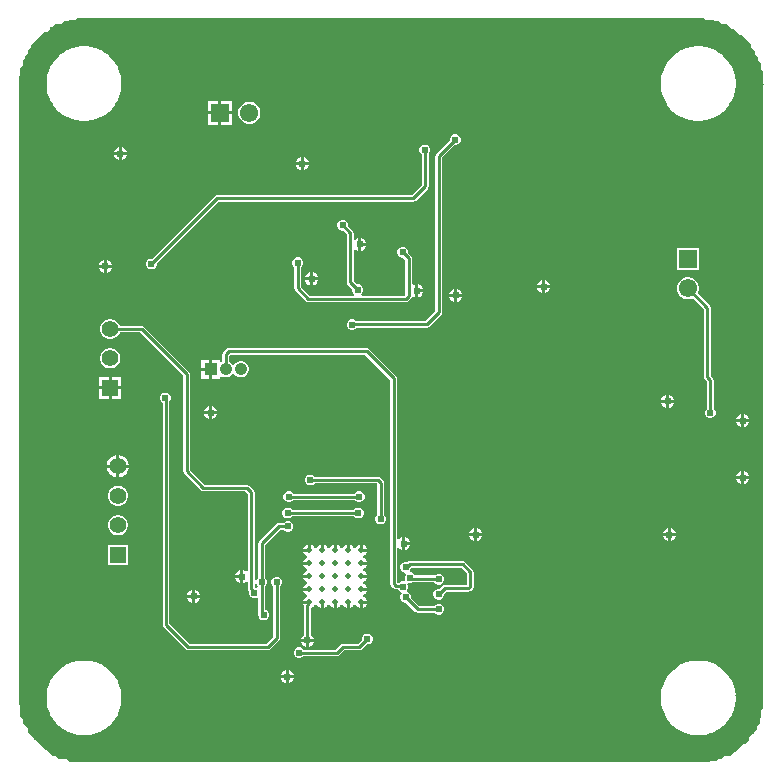
<source format=gbl>
G04*
G04 #@! TF.GenerationSoftware,Altium Limited,Altium Designer,22.5.1 (42)*
G04*
G04 Layer_Physical_Order=2*
G04 Layer_Color=16711680*
%FSLAX44Y44*%
%MOMM*%
G71*
G04*
G04 #@! TF.SameCoordinates,548A175F-BCEF-4031-9993-F39C1D0A8298*
G04*
G04*
G04 #@! TF.FilePolarity,Positive*
G04*
G01*
G75*
%ADD13C,0.2540*%
%ADD53R,1.4000X1.4000*%
%ADD54C,1.4000*%
%ADD57R,1.5500X1.5500*%
%ADD58C,1.5500*%
%ADD59R,1.5500X1.5500*%
%ADD62C,1.0500*%
%ADD63R,1.0500X1.0500*%
%ADD64C,0.6100*%
%ADD65C,0.5000*%
G36*
X1300480Y836930D02*
X1306830D01*
X1308100Y835660D01*
X1311910D01*
X1314450Y833120D01*
X1318260D01*
X1322070Y829310D01*
X1324610D01*
X1329690Y824230D01*
X1330960D01*
X1338580Y816610D01*
Y814070D01*
X1342390Y810260D01*
Y807720D01*
X1344930Y805180D01*
Y802640D01*
X1347470Y800100D01*
Y795020D01*
X1348740Y793750D01*
Y783590D01*
X1350010Y782320D01*
X1348740Y781050D01*
Y254000D01*
X1347470Y252730D01*
Y246380D01*
X1346200Y245110D01*
Y241300D01*
X1343660Y238760D01*
Y236220D01*
X1341120Y233680D01*
Y232410D01*
X1339850D01*
X1337310Y229870D01*
Y227330D01*
X1333500Y223520D01*
X1332230D01*
X1325880Y217170D01*
X1324610D01*
X1320800Y213360D01*
X1315720D01*
X1313180Y210820D01*
X1310640D01*
X1309370Y209550D01*
X1304290D01*
X1303020Y208280D01*
X762000D01*
X759460Y210820D01*
X753110D01*
X750570Y213360D01*
X748030D01*
X742950Y218440D01*
X741680D01*
X732790Y227330D01*
X731520D01*
Y228600D01*
X726440Y233680D01*
Y237490D01*
X722630Y241300D01*
Y245110D01*
X720090Y247650D01*
Y256540D01*
X718820Y257810D01*
Y788670D01*
X720090Y789940D01*
Y796290D01*
X722630Y798830D01*
Y802640D01*
X723900Y803910D01*
Y806450D01*
X726440Y808990D01*
Y811530D01*
X728980Y814070D01*
Y815340D01*
X740410Y826770D01*
X742950D01*
X745490Y829310D01*
Y830580D01*
X746760D01*
X749300Y833120D01*
X754380D01*
X756920Y835660D01*
X760730D01*
X762000Y836930D01*
X767080D01*
X768350Y838200D01*
X1299210D01*
X1300480Y836930D01*
D02*
G37*
%LPC*%
G36*
X1296096Y814535D02*
X1292164D01*
X1292059Y814492D01*
X1291949Y814521D01*
X1288050Y814008D01*
X1287952Y813951D01*
X1287839Y813966D01*
X1284040Y812948D01*
X1283950Y812879D01*
X1283837D01*
X1280203Y811374D01*
X1280123Y811293D01*
X1280010Y811279D01*
X1276605Y809312D01*
X1276535Y809222D01*
X1276426Y809193D01*
X1273306Y806799D01*
X1273249Y806700D01*
X1273144Y806657D01*
X1270363Y803876D01*
X1270320Y803771D01*
X1270221Y803714D01*
X1267827Y800594D01*
X1267798Y800485D01*
X1267708Y800415D01*
X1265741Y797010D01*
X1265726Y796897D01*
X1265646Y796817D01*
X1264141Y793183D01*
Y793070D01*
X1264072Y792980D01*
X1263054Y789181D01*
X1263069Y789068D01*
X1263012Y788970D01*
X1262499Y785071D01*
X1262528Y784961D01*
X1262485Y784856D01*
Y780924D01*
X1262528Y780819D01*
X1262499Y780709D01*
X1263012Y776810D01*
X1263069Y776712D01*
X1263054Y776599D01*
X1264072Y772800D01*
X1264141Y772710D01*
Y772597D01*
X1265646Y768963D01*
X1265726Y768883D01*
X1265741Y768770D01*
X1267708Y765365D01*
X1267798Y765295D01*
X1267827Y765186D01*
X1270221Y762066D01*
X1270320Y762009D01*
X1270363Y761904D01*
X1273144Y759123D01*
X1273249Y759080D01*
X1273306Y758981D01*
X1276426Y756587D01*
X1276535Y756558D01*
X1276605Y756468D01*
X1280010Y754501D01*
X1280123Y754486D01*
X1280203Y754406D01*
X1283837Y752901D01*
X1283950D01*
X1284040Y752832D01*
X1287839Y751814D01*
X1287952Y751829D01*
X1288050Y751772D01*
X1291949Y751259D01*
X1292059Y751288D01*
X1292164Y751245D01*
X1296096D01*
X1296201Y751288D01*
X1296311Y751259D01*
X1300210Y751772D01*
X1300308Y751829D01*
X1300421Y751814D01*
X1304220Y752832D01*
X1304310Y752901D01*
X1304423D01*
X1308057Y754406D01*
X1308137Y754486D01*
X1308250Y754501D01*
X1311655Y756468D01*
X1311725Y756558D01*
X1311834Y756587D01*
X1314954Y758981D01*
X1315011Y759080D01*
X1315116Y759123D01*
X1317897Y761904D01*
X1317940Y762009D01*
X1318039Y762066D01*
X1320433Y765186D01*
X1320462Y765295D01*
X1320552Y765365D01*
X1322519Y768770D01*
X1322534Y768883D01*
X1322614Y768963D01*
X1324119Y772597D01*
Y772710D01*
X1324188Y772800D01*
X1325206Y776599D01*
X1325191Y776712D01*
X1325248Y776810D01*
X1325761Y780709D01*
X1325732Y780819D01*
X1325775Y780924D01*
Y784856D01*
X1325732Y784961D01*
X1325761Y785071D01*
X1325248Y788970D01*
X1325191Y789068D01*
X1325206Y789181D01*
X1324188Y792980D01*
X1324119Y793070D01*
Y793183D01*
X1322614Y796817D01*
X1322534Y796897D01*
X1322519Y797010D01*
X1320552Y800415D01*
X1320462Y800485D01*
X1320433Y800594D01*
X1318039Y803714D01*
X1317940Y803771D01*
X1317897Y803876D01*
X1315116Y806657D01*
X1315011Y806700D01*
X1314954Y806799D01*
X1311834Y809193D01*
X1311725Y809222D01*
X1311655Y809312D01*
X1308250Y811279D01*
X1308137Y811293D01*
X1308057Y811374D01*
X1304423Y812879D01*
X1304310D01*
X1304220Y812948D01*
X1300421Y813966D01*
X1300308Y813951D01*
X1300210Y814008D01*
X1296311Y814521D01*
X1296201Y814492D01*
X1296096Y814535D01*
D02*
G37*
G36*
X776096D02*
X772164D01*
X772059Y814492D01*
X771949Y814521D01*
X768050Y814008D01*
X767952Y813951D01*
X767839Y813966D01*
X764040Y812948D01*
X763950Y812879D01*
X763837D01*
X760203Y811374D01*
X760123Y811293D01*
X760010Y811279D01*
X756605Y809312D01*
X756535Y809222D01*
X756426Y809193D01*
X753306Y806799D01*
X753249Y806700D01*
X753144Y806657D01*
X750363Y803876D01*
X750320Y803771D01*
X750221Y803714D01*
X747827Y800594D01*
X747798Y800485D01*
X747708Y800415D01*
X745741Y797010D01*
X745726Y796897D01*
X745646Y796817D01*
X744141Y793183D01*
Y793070D01*
X744072Y792980D01*
X743054Y789181D01*
X743069Y789068D01*
X743012Y788970D01*
X742499Y785071D01*
X742528Y784961D01*
X742485Y784856D01*
Y780924D01*
X742528Y780819D01*
X742499Y780709D01*
X743012Y776810D01*
X743069Y776712D01*
X743054Y776599D01*
X744072Y772800D01*
X744141Y772710D01*
Y772597D01*
X745646Y768963D01*
X745726Y768883D01*
X745741Y768770D01*
X747708Y765365D01*
X747798Y765295D01*
X747827Y765186D01*
X750221Y762066D01*
X750320Y762009D01*
X750363Y761904D01*
X753144Y759123D01*
X753249Y759080D01*
X753306Y758981D01*
X756426Y756587D01*
X756535Y756558D01*
X756605Y756468D01*
X760010Y754501D01*
X760123Y754486D01*
X760203Y754406D01*
X763837Y752901D01*
X763950D01*
X764040Y752832D01*
X767839Y751814D01*
X767952Y751829D01*
X768050Y751772D01*
X771949Y751259D01*
X772059Y751288D01*
X772164Y751245D01*
X776096D01*
X776201Y751288D01*
X776311Y751259D01*
X780210Y751772D01*
X780308Y751829D01*
X780421Y751814D01*
X784220Y752832D01*
X784310Y752901D01*
X784424D01*
X788057Y754406D01*
X788137Y754486D01*
X788250Y754501D01*
X791656Y756468D01*
X791725Y756558D01*
X791834Y756587D01*
X794954Y758981D01*
X795011Y759080D01*
X795116Y759123D01*
X797897Y761904D01*
X797940Y762009D01*
X798039Y762066D01*
X800433Y765186D01*
X800462Y765295D01*
X800552Y765365D01*
X802519Y768770D01*
X802533Y768883D01*
X802614Y768963D01*
X804119Y772597D01*
Y772710D01*
X804188Y772800D01*
X805206Y776599D01*
X805191Y776712D01*
X805248Y776810D01*
X805761Y780709D01*
X805732Y780819D01*
X805775Y780924D01*
Y784856D01*
X805732Y784961D01*
X805761Y785071D01*
X805248Y788970D01*
X805191Y789068D01*
X805206Y789181D01*
X804188Y792980D01*
X804119Y793070D01*
Y793183D01*
X802614Y796817D01*
X802533Y796897D01*
X802519Y797010D01*
X800552Y800415D01*
X800462Y800485D01*
X800433Y800594D01*
X798039Y803714D01*
X797940Y803771D01*
X797897Y803876D01*
X795116Y806657D01*
X795011Y806700D01*
X794954Y806799D01*
X791834Y809193D01*
X791725Y809222D01*
X791656Y809312D01*
X788250Y811279D01*
X788137Y811293D01*
X788057Y811374D01*
X784424Y812879D01*
X784310D01*
X784220Y812948D01*
X780421Y813966D01*
X780308Y813951D01*
X780210Y814008D01*
X776311Y814521D01*
X776201Y814492D01*
X776096Y814535D01*
D02*
G37*
G36*
X899490Y768650D02*
X890470D01*
Y759630D01*
X899490D01*
Y768650D01*
D02*
G37*
G36*
X887930D02*
X878910D01*
Y759630D01*
X887930D01*
Y768650D01*
D02*
G37*
G36*
X915420Y767630D02*
X912980D01*
X910622Y766998D01*
X908508Y765778D01*
X906782Y764052D01*
X905562Y761938D01*
X904930Y759580D01*
Y757140D01*
X905562Y754782D01*
X906782Y752668D01*
X908508Y750942D01*
X910622Y749722D01*
X912980Y749090D01*
X915420D01*
X917778Y749722D01*
X919892Y750942D01*
X921618Y752668D01*
X922838Y754782D01*
X923470Y757140D01*
Y759580D01*
X922838Y761938D01*
X921618Y764052D01*
X919892Y765778D01*
X917778Y766998D01*
X915420Y767630D01*
D02*
G37*
G36*
X899490Y757090D02*
X890470D01*
Y748070D01*
X899490D01*
Y757090D01*
D02*
G37*
G36*
X887930D02*
X878910D01*
Y748070D01*
X887930D01*
Y757090D01*
D02*
G37*
G36*
X806281Y729042D02*
Y724787D01*
X810535D01*
X809750Y726684D01*
X808177Y728256D01*
X806281Y729042D01*
D02*
G37*
G36*
X803741D02*
X801844Y728256D01*
X800272Y726684D01*
X799486Y724787D01*
X803741D01*
Y729042D01*
D02*
G37*
G36*
X810535Y722247D02*
X806281D01*
Y717992D01*
X808177Y718778D01*
X809750Y720350D01*
X810535Y722247D01*
D02*
G37*
G36*
X803741D02*
X799486D01*
X800272Y720350D01*
X801844Y718778D01*
X803741Y717992D01*
Y722247D01*
D02*
G37*
G36*
X960120Y720535D02*
Y716280D01*
X964375D01*
X963589Y718176D01*
X962017Y719749D01*
X960120Y720535D01*
D02*
G37*
G36*
X957580D02*
X955684Y719749D01*
X954111Y718176D01*
X953325Y716280D01*
X957580D01*
Y720535D01*
D02*
G37*
G36*
X964375Y713740D02*
X960120D01*
Y709485D01*
X962017Y710271D01*
X963589Y711843D01*
X964375Y713740D01*
D02*
G37*
G36*
X957580D02*
X953325D01*
X954111Y711843D01*
X955684Y710271D01*
X957580Y709485D01*
Y713740D01*
D02*
G37*
G36*
X1008968Y652319D02*
Y648064D01*
X1013222D01*
X1012437Y649961D01*
X1010864Y651533D01*
X1008968Y652319D01*
D02*
G37*
G36*
X1013222Y645524D02*
X1008968D01*
Y641270D01*
X1010864Y642055D01*
X1012437Y643628D01*
X1013222Y645524D01*
D02*
G37*
G36*
X793470Y633895D02*
Y629640D01*
X797725D01*
X796939Y631536D01*
X795367Y633109D01*
X793470Y633895D01*
D02*
G37*
G36*
X790930D02*
X789034Y633109D01*
X787461Y631536D01*
X786675Y629640D01*
X790930D01*
Y633895D01*
D02*
G37*
G36*
X1063518Y731414D02*
X1061700D01*
X1060021Y730718D01*
X1058735Y729433D01*
X1058039Y727753D01*
Y725935D01*
X1058735Y724255D01*
X1060021Y722970D01*
X1060145Y722918D01*
Y697138D01*
X1051652Y688645D01*
X886683D01*
X885595Y688428D01*
X884672Y687811D01*
X831715Y634854D01*
X830258D01*
X828579Y634159D01*
X827293Y632873D01*
X826598Y631193D01*
Y629375D01*
X827293Y627696D01*
X828579Y626410D01*
X830258Y625714D01*
X832077D01*
X833756Y626410D01*
X835042Y627696D01*
X835738Y629375D01*
Y630831D01*
X887861Y682955D01*
X1052830D01*
X1053919Y683172D01*
X1054841Y683789D01*
X1065001Y693949D01*
X1065618Y694871D01*
X1065835Y695960D01*
Y723606D01*
X1066484Y724255D01*
X1067179Y725935D01*
Y727753D01*
X1066484Y729433D01*
X1065198Y730718D01*
X1063518Y731414D01*
D02*
G37*
G36*
X1294680Y643859D02*
X1276140D01*
Y625319D01*
X1294680D01*
Y643859D01*
D02*
G37*
G36*
X797725Y627100D02*
X793470D01*
Y622845D01*
X795367Y623631D01*
X796939Y625204D01*
X797725Y627100D01*
D02*
G37*
G36*
X790930D02*
X786675D01*
X787461Y625204D01*
X789034Y623631D01*
X790930Y622845D01*
Y627100D01*
D02*
G37*
G36*
X968328Y623109D02*
Y618854D01*
X972582D01*
X971797Y620751D01*
X970224Y622323D01*
X968328Y623109D01*
D02*
G37*
G36*
X965788D02*
X963891Y622323D01*
X962318Y620751D01*
X961533Y618854D01*
X965788D01*
Y623109D01*
D02*
G37*
G36*
X1164590Y616395D02*
Y612140D01*
X1168845D01*
X1168059Y614036D01*
X1166487Y615609D01*
X1164590Y616395D01*
D02*
G37*
G36*
X1162050D02*
X1160154Y615609D01*
X1158581Y614036D01*
X1157795Y612140D01*
X1162050D01*
Y616395D01*
D02*
G37*
G36*
X972582Y616314D02*
X968328D01*
Y612060D01*
X970224Y612845D01*
X971797Y614418D01*
X972582Y616314D01*
D02*
G37*
G36*
X965788D02*
X961533D01*
X962318Y614418D01*
X963891Y612845D01*
X965788Y612060D01*
Y616314D01*
D02*
G37*
G36*
X1057228Y612949D02*
Y608694D01*
X1061482D01*
X1060697Y610591D01*
X1059124Y612163D01*
X1057228Y612949D01*
D02*
G37*
G36*
X1168845Y609600D02*
X1164590D01*
Y605345D01*
X1166487Y606131D01*
X1168059Y607704D01*
X1168845Y609600D01*
D02*
G37*
G36*
X1162050D02*
X1157795D01*
X1158581Y607704D01*
X1160154Y606131D01*
X1162050Y605345D01*
Y609600D01*
D02*
G37*
G36*
X1090248Y609139D02*
Y604884D01*
X1094502D01*
X1093717Y606781D01*
X1092144Y608353D01*
X1090248Y609139D01*
D02*
G37*
G36*
X1087708D02*
X1085811Y608353D01*
X1084239Y606781D01*
X1083453Y604884D01*
X1087708D01*
Y609139D01*
D02*
G37*
G36*
X994049Y667510D02*
X992231D01*
X990551Y666814D01*
X989266Y665529D01*
X988570Y663849D01*
Y662031D01*
X989266Y660351D01*
X990551Y659066D01*
X992231Y658370D01*
X993687D01*
X996645Y655412D01*
Y614680D01*
X996862Y613591D01*
X997479Y612669D01*
X1001270Y608877D01*
Y607421D01*
X1001966Y605741D01*
X1002883Y604825D01*
X1002361Y603555D01*
X965108D01*
X957885Y610778D01*
Y627572D01*
X958914Y628601D01*
X959610Y630281D01*
Y632099D01*
X958914Y633779D01*
X957629Y635064D01*
X955949Y635760D01*
X954131D01*
X952451Y635064D01*
X951166Y633779D01*
X950470Y632099D01*
Y630281D01*
X951166Y628601D01*
X952195Y627572D01*
Y609600D01*
X952412Y608511D01*
X953029Y607589D01*
X961919Y598699D01*
X962841Y598082D01*
X963930Y597865D01*
X1046480D01*
X1047569Y598082D01*
X1048491Y598699D01*
X1051031Y601239D01*
X1051596Y602084D01*
X1051711Y602186D01*
X1053028Y602587D01*
X1054688Y601900D01*
Y607424D01*
Y612949D01*
X1053135Y612306D01*
X1051865Y612896D01*
Y635000D01*
X1051648Y636089D01*
X1051031Y637011D01*
X1048510Y639533D01*
Y640989D01*
X1047814Y642669D01*
X1046529Y643954D01*
X1044849Y644650D01*
X1043031D01*
X1041351Y643954D01*
X1040066Y642669D01*
X1039370Y640989D01*
Y639171D01*
X1040066Y637491D01*
X1041351Y636206D01*
X1043031Y635510D01*
X1044487D01*
X1046175Y633822D01*
Y604428D01*
X1045302Y603555D01*
X1009319D01*
X1008798Y604825D01*
X1009714Y605741D01*
X1010410Y607421D01*
Y609239D01*
X1009714Y610919D01*
X1008429Y612204D01*
X1006749Y612900D01*
X1005293D01*
X1002335Y615858D01*
Y642456D01*
X1003605Y642982D01*
X1004531Y642055D01*
X1006428Y641270D01*
Y646794D01*
Y652319D01*
X1004531Y651533D01*
X1003605Y650607D01*
X1002335Y651133D01*
Y656590D01*
X1002118Y657679D01*
X1001501Y658602D01*
X997710Y662393D01*
Y663849D01*
X997014Y665529D01*
X995729Y666814D01*
X994049Y667510D01*
D02*
G37*
G36*
X1061482Y606154D02*
X1057228D01*
Y601900D01*
X1059124Y602685D01*
X1060697Y604258D01*
X1061482Y606154D01*
D02*
G37*
G36*
X1094502Y602344D02*
X1090248D01*
Y598090D01*
X1092144Y598875D01*
X1093717Y600448D01*
X1094502Y602344D01*
D02*
G37*
G36*
X1087708D02*
X1083453D01*
X1084239Y600448D01*
X1085811Y598875D01*
X1087708Y598090D01*
Y602344D01*
D02*
G37*
G36*
X1089299Y739900D02*
X1087481D01*
X1085801Y739204D01*
X1084516Y737919D01*
X1083820Y736239D01*
Y734783D01*
X1072409Y723371D01*
X1071792Y722449D01*
X1071575Y721360D01*
Y590458D01*
X1063082Y581965D01*
X1004671D01*
X1003802Y582834D01*
X1002123Y583530D01*
X1000304D01*
X998625Y582834D01*
X997339Y581548D01*
X996644Y579869D01*
Y578051D01*
X997339Y576371D01*
X998625Y575085D01*
X1000304Y574390D01*
X1002123D01*
X1003802Y575085D01*
X1004992Y576275D01*
X1064260D01*
X1065349Y576492D01*
X1066271Y577109D01*
X1076431Y587268D01*
X1077048Y588191D01*
X1077265Y589280D01*
Y720182D01*
X1087843Y730760D01*
X1089299D01*
X1090979Y731456D01*
X1092264Y732741D01*
X1092960Y734421D01*
Y736239D01*
X1092264Y737919D01*
X1090979Y739204D01*
X1089299Y739900D01*
D02*
G37*
G36*
X880110Y548810D02*
X873590D01*
Y542290D01*
X880110D01*
Y548810D01*
D02*
G37*
G36*
X797412Y558830D02*
X795168D01*
X793001Y558249D01*
X791059Y557128D01*
X789472Y555541D01*
X788351Y553599D01*
X787770Y551432D01*
Y549188D01*
X788351Y547021D01*
X789472Y545079D01*
X791059Y543492D01*
X793001Y542371D01*
X795168Y541790D01*
X797412D01*
X799579Y542371D01*
X801521Y543492D01*
X803108Y545079D01*
X804229Y547021D01*
X804810Y549188D01*
Y551432D01*
X804229Y553599D01*
X803108Y555541D01*
X801521Y557128D01*
X799579Y558249D01*
X797412Y558830D01*
D02*
G37*
G36*
X880110Y539750D02*
X873590D01*
Y533230D01*
X880110D01*
Y539750D01*
D02*
G37*
G36*
X805830Y534850D02*
X797560D01*
Y526580D01*
X805830D01*
Y534850D01*
D02*
G37*
G36*
X795020D02*
X786750D01*
Y526580D01*
X795020D01*
Y534850D01*
D02*
G37*
G36*
X805830Y524040D02*
X797560D01*
Y515770D01*
X805830D01*
Y524040D01*
D02*
G37*
G36*
X795020D02*
X786750D01*
Y515770D01*
X795020D01*
Y524040D01*
D02*
G37*
G36*
X1269720Y519594D02*
Y515340D01*
X1273975D01*
X1273189Y517237D01*
X1271617Y518809D01*
X1269720Y519594D01*
D02*
G37*
G36*
X1267180D02*
X1265284Y518809D01*
X1263711Y517237D01*
X1262925Y515340D01*
X1267180D01*
Y519594D01*
D02*
G37*
G36*
X1273975Y512800D02*
X1269720D01*
Y508545D01*
X1271617Y509331D01*
X1273189Y510904D01*
X1273975Y512800D01*
D02*
G37*
G36*
X1267180D02*
X1262925D01*
X1263711Y510904D01*
X1265284Y509331D01*
X1267180Y508545D01*
Y512800D01*
D02*
G37*
G36*
X882650Y509715D02*
Y505460D01*
X886905D01*
X886119Y507356D01*
X884547Y508929D01*
X882650Y509715D01*
D02*
G37*
G36*
X880110D02*
X878214Y508929D01*
X876641Y507356D01*
X875855Y505460D01*
X880110D01*
Y509715D01*
D02*
G37*
G36*
X1286630Y618859D02*
X1284190D01*
X1281832Y618227D01*
X1279718Y617007D01*
X1277992Y615281D01*
X1276772Y613167D01*
X1276140Y610809D01*
Y608369D01*
X1276772Y606011D01*
X1277992Y603897D01*
X1279718Y602171D01*
X1281832Y600951D01*
X1284190Y600319D01*
X1286630D01*
X1288988Y600951D01*
X1289646Y601330D01*
X1298905Y592071D01*
Y534670D01*
X1299122Y533581D01*
X1299739Y532659D01*
X1301445Y530952D01*
Y507808D01*
X1300416Y506779D01*
X1299720Y505099D01*
Y503281D01*
X1300416Y501601D01*
X1301701Y500316D01*
X1303381Y499620D01*
X1305199D01*
X1306879Y500316D01*
X1308164Y501601D01*
X1308860Y503281D01*
Y505099D01*
X1308164Y506779D01*
X1307135Y507808D01*
Y532130D01*
X1306918Y533219D01*
X1306301Y534142D01*
X1304595Y535848D01*
Y593249D01*
X1304378Y594338D01*
X1303761Y595261D01*
X1293669Y605353D01*
X1294048Y606011D01*
X1294680Y608369D01*
Y610809D01*
X1294048Y613167D01*
X1292828Y615281D01*
X1291102Y617007D01*
X1288988Y618227D01*
X1286630Y618859D01*
D02*
G37*
G36*
X1333220Y503084D02*
Y498830D01*
X1337475D01*
X1336689Y500727D01*
X1335116Y502299D01*
X1333220Y503084D01*
D02*
G37*
G36*
X1330680D02*
X1328784Y502299D01*
X1327211Y500727D01*
X1326425Y498830D01*
X1330680D01*
Y503084D01*
D02*
G37*
G36*
X886905Y502920D02*
X882650D01*
Y498665D01*
X884547Y499451D01*
X886119Y501023D01*
X886905Y502920D01*
D02*
G37*
G36*
X880110D02*
X875855D01*
X876641Y501023D01*
X878214Y499451D01*
X880110Y498665D01*
Y502920D01*
D02*
G37*
G36*
X1337475Y496290D02*
X1333220D01*
Y492035D01*
X1335116Y492821D01*
X1336689Y494394D01*
X1337475Y496290D01*
D02*
G37*
G36*
X1330680D02*
X1326425D01*
X1327211Y494394D01*
X1328784Y492821D01*
X1330680Y492035D01*
Y496290D01*
D02*
G37*
G36*
X804121Y468676D02*
Y460410D01*
X812387D01*
X811741Y462822D01*
X810485Y464998D01*
X808709Y466774D01*
X806533Y468030D01*
X804121Y468676D01*
D02*
G37*
G36*
X801581D02*
X799169Y468030D01*
X796993Y466774D01*
X795217Y464998D01*
X793961Y462822D01*
X793315Y460410D01*
X801581D01*
Y468676D01*
D02*
G37*
G36*
X1333220Y454824D02*
Y450570D01*
X1337475D01*
X1336689Y452467D01*
X1335116Y454039D01*
X1333220Y454824D01*
D02*
G37*
G36*
X1330680D02*
X1328784Y454039D01*
X1327211Y452467D01*
X1326425Y450570D01*
X1330680D01*
Y454824D01*
D02*
G37*
G36*
X812387Y457870D02*
X804121D01*
Y449604D01*
X806533Y450250D01*
X808709Y451506D01*
X810485Y453282D01*
X811741Y455458D01*
X812387Y457870D01*
D02*
G37*
G36*
X801581D02*
X793315D01*
X793961Y455458D01*
X795217Y453282D01*
X796993Y451506D01*
X799169Y450250D01*
X801581Y449604D01*
Y457870D01*
D02*
G37*
G36*
X1337475Y448030D02*
X1333220D01*
Y443775D01*
X1335116Y444561D01*
X1336689Y446133D01*
X1337475Y448030D01*
D02*
G37*
G36*
X1330680D02*
X1326425D01*
X1327211Y446133D01*
X1328784Y444561D01*
X1330680Y443775D01*
Y448030D01*
D02*
G37*
G36*
X1008019Y437640D02*
X1006201D01*
X1004521Y436944D01*
X1003492Y435915D01*
X951038D01*
X950009Y436944D01*
X948329Y437640D01*
X946511D01*
X944831Y436944D01*
X943546Y435659D01*
X942850Y433979D01*
Y432161D01*
X943546Y430481D01*
X944831Y429196D01*
X946511Y428500D01*
X948329D01*
X950009Y429196D01*
X951038Y430225D01*
X1003492D01*
X1004521Y429196D01*
X1006201Y428500D01*
X1008019D01*
X1009699Y429196D01*
X1010984Y430481D01*
X1011680Y432161D01*
Y433979D01*
X1010984Y435659D01*
X1009699Y436944D01*
X1008019Y437640D01*
D02*
G37*
G36*
X803973Y442660D02*
X801729D01*
X799562Y442079D01*
X797620Y440958D01*
X796033Y439371D01*
X794912Y437429D01*
X794331Y435262D01*
Y433018D01*
X794912Y430851D01*
X796033Y428909D01*
X797620Y427322D01*
X799562Y426201D01*
X801729Y425620D01*
X803973D01*
X806140Y426201D01*
X808082Y427322D01*
X809669Y428909D01*
X810790Y430851D01*
X811371Y433018D01*
Y435262D01*
X810790Y437429D01*
X809669Y439371D01*
X808082Y440958D01*
X806140Y442079D01*
X803973Y442660D01*
D02*
G37*
G36*
X1007337Y424034D02*
X1005518D01*
X1003839Y423339D01*
X1002809Y422309D01*
X950356D01*
X949326Y423339D01*
X947647Y424034D01*
X945828D01*
X944149Y423339D01*
X942863Y422053D01*
X942168Y420373D01*
Y418555D01*
X942863Y416876D01*
X944149Y415590D01*
X945828Y414894D01*
X947647D01*
X949326Y415590D01*
X950356Y416620D01*
X1002809D01*
X1003839Y415590D01*
X1005518Y414894D01*
X1007337D01*
X1009016Y415590D01*
X1010302Y416876D01*
X1010997Y418555D01*
Y420373D01*
X1010302Y422053D01*
X1009016Y423339D01*
X1007337Y424034D01*
D02*
G37*
G36*
X966697Y451974D02*
X964878D01*
X963199Y451278D01*
X961913Y449993D01*
X961218Y448313D01*
Y446495D01*
X961913Y444816D01*
X963199Y443530D01*
X964878Y442834D01*
X966697D01*
X968376Y443530D01*
X969406Y444560D01*
X1022077D01*
X1022633Y444004D01*
Y418003D01*
X1021603Y416973D01*
X1020908Y415293D01*
Y413475D01*
X1021603Y411796D01*
X1022889Y410510D01*
X1024568Y409814D01*
X1026387D01*
X1028066Y410510D01*
X1029352Y411796D01*
X1030048Y413475D01*
Y415293D01*
X1029352Y416973D01*
X1028322Y418003D01*
Y445182D01*
X1028106Y446271D01*
X1027489Y447194D01*
X1025267Y449416D01*
X1024344Y450032D01*
X1023256Y450249D01*
X969406D01*
X968376Y451278D01*
X966697Y451974D01*
D02*
G37*
G36*
X797412Y583830D02*
X795168D01*
X793001Y583249D01*
X791059Y582128D01*
X789472Y580541D01*
X788351Y578599D01*
X787770Y576432D01*
Y574188D01*
X788351Y572021D01*
X789472Y570079D01*
X791059Y568492D01*
X793001Y567371D01*
X795168Y566790D01*
X797412D01*
X799579Y567371D01*
X801521Y568492D01*
X803108Y570079D01*
X804229Y572021D01*
X804348Y572465D01*
X821782D01*
X858215Y536032D01*
Y454660D01*
X858432Y453571D01*
X859049Y452649D01*
X873018Y438679D01*
X873941Y438062D01*
X875030Y437845D01*
X910682D01*
X912825Y435702D01*
Y370126D01*
X911555Y369600D01*
X910937Y370219D01*
X909040Y371004D01*
Y365480D01*
Y359955D01*
X910937Y360741D01*
X911555Y361360D01*
X912825Y360834D01*
Y355058D01*
X913042Y353969D01*
X913659Y353046D01*
X913747Y352958D01*
X913640Y352699D01*
Y350881D01*
X914336Y349201D01*
X915621Y347916D01*
X917301Y347220D01*
X919119D01*
X920445Y347769D01*
X921715Y347173D01*
Y332740D01*
X921932Y331651D01*
X922303Y331097D01*
X922543Y330516D01*
X923829Y329230D01*
X925508Y328534D01*
X927327D01*
X929006Y329230D01*
X930292Y330516D01*
X930987Y332195D01*
Y334013D01*
X930292Y335693D01*
X929006Y336978D01*
X927405Y337642D01*
Y357062D01*
X928434Y358091D01*
X929130Y359771D01*
Y361589D01*
X928434Y363269D01*
X927405Y364298D01*
Y392522D01*
X940072Y405190D01*
X943119D01*
X944149Y404160D01*
X945828Y403464D01*
X947647D01*
X949326Y404160D01*
X950612Y405446D01*
X951308Y407125D01*
Y408943D01*
X950612Y410623D01*
X949326Y411908D01*
X947647Y412604D01*
X945828D01*
X944149Y411908D01*
X943119Y410879D01*
X938894D01*
X937806Y410662D01*
X936883Y410046D01*
X922549Y395711D01*
X921932Y394789D01*
X921715Y393700D01*
Y364298D01*
X920686Y363269D01*
X919990Y361589D01*
Y359771D01*
X920686Y358091D01*
X921219Y357559D01*
X921116Y356799D01*
X919807Y356075D01*
X919119Y356360D01*
X918515D01*
Y436880D01*
X918298Y437969D01*
X917681Y438891D01*
X913871Y442701D01*
X912949Y443318D01*
X911860Y443535D01*
X876208D01*
X863905Y455838D01*
Y537210D01*
X863688Y538299D01*
X863071Y539221D01*
X824971Y577321D01*
X824049Y577938D01*
X822960Y578155D01*
X804348D01*
X804229Y578599D01*
X803108Y580541D01*
X801521Y582128D01*
X799579Y583249D01*
X797412Y583830D01*
D02*
G37*
G36*
X1270990Y406564D02*
Y402310D01*
X1275245D01*
X1274459Y404207D01*
X1272887Y405779D01*
X1270990Y406564D01*
D02*
G37*
G36*
X1268450D02*
X1266553Y405779D01*
X1264981Y404207D01*
X1264195Y402310D01*
X1268450D01*
Y406564D01*
D02*
G37*
G36*
X1107160D02*
Y402310D01*
X1111414D01*
X1110629Y404207D01*
X1109056Y405779D01*
X1107160Y406564D01*
D02*
G37*
G36*
X1104620D02*
X1102723Y405779D01*
X1101151Y404207D01*
X1100365Y402310D01*
X1104620D01*
Y406564D01*
D02*
G37*
G36*
X803973Y417660D02*
X801729D01*
X799562Y417079D01*
X797620Y415958D01*
X796033Y414371D01*
X794912Y412429D01*
X794331Y410262D01*
Y408018D01*
X794912Y405851D01*
X796033Y403909D01*
X797620Y402322D01*
X799562Y401201D01*
X801729Y400620D01*
X803973D01*
X806140Y401201D01*
X808082Y402322D01*
X809669Y403909D01*
X810790Y405851D01*
X811371Y408018D01*
Y410262D01*
X810790Y412429D01*
X809669Y414371D01*
X808082Y415958D01*
X806140Y417079D01*
X803973Y417660D01*
D02*
G37*
G36*
X1275245Y399770D02*
X1270990D01*
Y395515D01*
X1272887Y396301D01*
X1274459Y397873D01*
X1275245Y399770D01*
D02*
G37*
G36*
X1268450D02*
X1264195D01*
X1264981Y397873D01*
X1266553Y396301D01*
X1268450Y395515D01*
Y399770D01*
D02*
G37*
G36*
X1111414D02*
X1107160D01*
Y395515D01*
X1109056Y396301D01*
X1110629Y397873D01*
X1111414Y399770D01*
D02*
G37*
G36*
X1104620D02*
X1100365D01*
X1101151Y397873D01*
X1102723Y396301D01*
X1104620Y395515D01*
Y399770D01*
D02*
G37*
G36*
X1046200Y398945D02*
Y394690D01*
X1050454D01*
X1049669Y396586D01*
X1048096Y398159D01*
X1046200Y398945D01*
D02*
G37*
G36*
X1007520Y392689D02*
X1005935Y392033D01*
X1004517Y390615D01*
X1003977Y389311D01*
X1002603D01*
X1002063Y390615D01*
X1000645Y392033D01*
X999060Y392689D01*
Y387760D01*
X996520D01*
Y392689D01*
X994935Y392033D01*
X993517Y390615D01*
X992977Y389311D01*
X991603D01*
X991063Y390615D01*
X989645Y392033D01*
X988060Y392689D01*
Y387760D01*
X985520D01*
Y392689D01*
X983935Y392033D01*
X982517Y390615D01*
X981977Y389311D01*
X980603D01*
X980063Y390615D01*
X978645Y392033D01*
X977060Y392689D01*
Y387760D01*
X974520D01*
Y392689D01*
X972935Y392033D01*
X971517Y390615D01*
X970977Y389311D01*
X969603D01*
X969063Y390615D01*
X967645Y392033D01*
X966060Y392689D01*
Y387760D01*
X964790D01*
Y386490D01*
X959861D01*
X960517Y384905D01*
X961935Y383487D01*
X963239Y382947D01*
Y381573D01*
X961935Y381033D01*
X960517Y379615D01*
X959861Y378030D01*
X964790D01*
Y375490D01*
X959861D01*
X960517Y373905D01*
X961935Y372487D01*
X963239Y371947D01*
Y370573D01*
X961935Y370033D01*
X960517Y368615D01*
X959861Y367030D01*
X964790D01*
Y364490D01*
X959861D01*
X960517Y362905D01*
X961935Y361487D01*
X963239Y360947D01*
Y359573D01*
X961935Y359033D01*
X960517Y357615D01*
X959861Y356030D01*
X964790D01*
Y353490D01*
X959861D01*
X960517Y351905D01*
X961935Y350487D01*
X963239Y349947D01*
Y348573D01*
X961935Y348033D01*
X960517Y346615D01*
X959861Y345030D01*
X964790D01*
Y342490D01*
X959861D01*
X960403Y341181D01*
Y316387D01*
X960081Y316253D01*
X958509Y314681D01*
X957723Y312784D01*
X968772D01*
X967987Y314681D01*
X966414Y316253D01*
X966092Y316387D01*
Y338844D01*
X967645Y339487D01*
X969063Y340905D01*
X969603Y342209D01*
X970977D01*
X971517Y340905D01*
X972935Y339487D01*
X974520Y338831D01*
Y343760D01*
X977060D01*
Y338831D01*
X978645Y339487D01*
X980063Y340905D01*
X980603Y342209D01*
X981977D01*
X982517Y340905D01*
X983935Y339487D01*
X985520Y338831D01*
Y343760D01*
X988060D01*
Y338831D01*
X989645Y339487D01*
X991063Y340905D01*
X991603Y342209D01*
X992977D01*
X993517Y340905D01*
X994935Y339487D01*
X996520Y338831D01*
Y343760D01*
X999060D01*
Y338831D01*
X1000645Y339487D01*
X1002063Y340905D01*
X1002603Y342209D01*
X1003977D01*
X1004517Y340905D01*
X1005935Y339487D01*
X1007520Y338831D01*
Y343760D01*
X1008790D01*
Y345030D01*
X1013719D01*
X1013063Y346615D01*
X1011645Y348033D01*
X1010341Y348573D01*
Y349947D01*
X1011645Y350487D01*
X1013063Y351905D01*
X1013719Y353490D01*
X1008790D01*
Y356030D01*
X1013719D01*
X1013063Y357615D01*
X1011645Y359033D01*
X1010341Y359573D01*
Y360947D01*
X1011645Y361487D01*
X1013063Y362905D01*
X1013719Y364490D01*
X1008790D01*
Y367030D01*
X1013719D01*
X1013063Y368615D01*
X1011645Y370033D01*
X1010341Y370573D01*
Y371947D01*
X1011645Y372487D01*
X1013063Y373905D01*
X1013719Y375490D01*
X1008790D01*
Y378030D01*
X1013719D01*
X1013063Y379615D01*
X1011645Y381033D01*
X1010341Y381573D01*
Y382947D01*
X1011645Y383487D01*
X1013063Y384905D01*
X1013719Y386490D01*
X1008790D01*
Y387760D01*
X1007520D01*
Y392689D01*
D02*
G37*
G36*
X1010060D02*
Y389030D01*
X1013719D01*
X1013063Y390615D01*
X1011645Y392033D01*
X1010060Y392689D01*
D02*
G37*
G36*
X963520D02*
X961935Y392033D01*
X960517Y390615D01*
X959861Y389030D01*
X963520D01*
Y392689D01*
D02*
G37*
G36*
X1050454Y392150D02*
X1046200D01*
Y387895D01*
X1048096Y388681D01*
X1049669Y390253D01*
X1050454Y392150D01*
D02*
G37*
G36*
X1013460Y559105D02*
X896620D01*
X895531Y558888D01*
X894609Y558271D01*
X892069Y555731D01*
X891452Y554809D01*
X891235Y553720D01*
Y547611D01*
X890303Y547054D01*
X889170Y547663D01*
Y548810D01*
X882650D01*
Y541020D01*
Y533230D01*
X889170D01*
Y534657D01*
X890440Y535304D01*
X891467Y534711D01*
X893189Y534250D01*
X894971D01*
X896693Y534711D01*
X898237Y535603D01*
X899497Y536863D01*
X899697Y537209D01*
X901163D01*
X901363Y536863D01*
X902623Y535603D01*
X904167Y534711D01*
X905889Y534250D01*
X907671D01*
X909393Y534711D01*
X910937Y535603D01*
X912197Y536863D01*
X913089Y538407D01*
X913550Y540129D01*
Y541911D01*
X913089Y543633D01*
X912197Y545177D01*
X910937Y546437D01*
X909393Y547329D01*
X907671Y547790D01*
X905889D01*
X904167Y547329D01*
X902623Y546437D01*
X901363Y545177D01*
X901163Y544831D01*
X899697D01*
X899497Y545177D01*
X898237Y546437D01*
X896925Y547195D01*
Y552542D01*
X897798Y553415D01*
X1012282D01*
X1033475Y532222D01*
Y359410D01*
X1033692Y358321D01*
X1034309Y357399D01*
X1036167Y355540D01*
X1037090Y354923D01*
X1038179Y354707D01*
X1039890D01*
X1040066Y354281D01*
X1041351Y352996D01*
X1042684Y352444D01*
X1043056Y351423D01*
X1043067Y351030D01*
X1042606Y350569D01*
X1041910Y348889D01*
Y347071D01*
X1042606Y345391D01*
X1043891Y344106D01*
X1045571Y343410D01*
X1047027D01*
X1054629Y335809D01*
X1055551Y335192D01*
X1056640Y334975D01*
X1070802D01*
X1071831Y333946D01*
X1073511Y333250D01*
X1075329D01*
X1077009Y333946D01*
X1078294Y335231D01*
X1078990Y336911D01*
Y338729D01*
X1078294Y340409D01*
X1077009Y341694D01*
X1075329Y342390D01*
X1073511D01*
X1071831Y341694D01*
X1070802Y340665D01*
X1057818D01*
X1051050Y347433D01*
Y348889D01*
X1050354Y350569D01*
X1049069Y351854D01*
X1047736Y352407D01*
X1047364Y353427D01*
X1047353Y353820D01*
X1047814Y354281D01*
X1048510Y355961D01*
Y357779D01*
X1047946Y359140D01*
X1048671Y360076D01*
X1048792Y360164D01*
X1049381Y359920D01*
X1051199D01*
X1052879Y360616D01*
X1053273Y361010D01*
X1070389D01*
X1070546Y360631D01*
X1071831Y359346D01*
X1073511Y358650D01*
X1075329D01*
X1077009Y359346D01*
X1078294Y360631D01*
X1078990Y362311D01*
Y364129D01*
X1078294Y365809D01*
X1077009Y367094D01*
X1075329Y367790D01*
X1073511D01*
X1071831Y367094D01*
X1071437Y366700D01*
X1054321D01*
X1054164Y367079D01*
X1052879Y368364D01*
X1051199Y369060D01*
X1050419D01*
X1049893Y370330D01*
X1050354Y370791D01*
X1051050Y372471D01*
Y372964D01*
X1051162Y373075D01*
X1093562D01*
X1098245Y368392D01*
Y358445D01*
X1079500D01*
X1078411Y358228D01*
X1077489Y357612D01*
X1074967Y355090D01*
X1073511D01*
X1071831Y354394D01*
X1070546Y353109D01*
X1069850Y351429D01*
Y349611D01*
X1070546Y347931D01*
X1071831Y346646D01*
X1073511Y345950D01*
X1075329D01*
X1077009Y346646D01*
X1078294Y347931D01*
X1078990Y349611D01*
Y351067D01*
X1080678Y352755D01*
X1099602D01*
X1100691Y352972D01*
X1101613Y353589D01*
X1103101Y355076D01*
X1103718Y355999D01*
X1103935Y357088D01*
Y369570D01*
X1103718Y370659D01*
X1103101Y371581D01*
X1096751Y377931D01*
X1095829Y378548D01*
X1094740Y378765D01*
X1049983D01*
X1048895Y378548D01*
X1047972Y377931D01*
X1047814Y377774D01*
X1047389Y377950D01*
X1045571D01*
X1043891Y377254D01*
X1042606Y375969D01*
X1041910Y374289D01*
Y372471D01*
X1042606Y370791D01*
X1043891Y369506D01*
X1045571Y368810D01*
X1046351D01*
X1046877Y367540D01*
X1046416Y367079D01*
X1045720Y365399D01*
Y363581D01*
X1046284Y362220D01*
X1045559Y361283D01*
X1045438Y361196D01*
X1044849Y361440D01*
X1043031D01*
X1041351Y360744D01*
X1041003Y360396D01*
X1039357D01*
X1039165Y360588D01*
Y389621D01*
X1039294Y389701D01*
X1040435Y390010D01*
X1041764Y388681D01*
X1043660Y387895D01*
Y393420D01*
Y398945D01*
X1041764Y398159D01*
X1040435Y396830D01*
X1039294Y397140D01*
X1039165Y397220D01*
Y533400D01*
X1038948Y534489D01*
X1038331Y535411D01*
X1015471Y558271D01*
X1014549Y558888D01*
X1013460Y559105D01*
D02*
G37*
G36*
X811371Y392660D02*
X794331D01*
Y375620D01*
X811371D01*
Y392660D01*
D02*
G37*
G36*
X906500Y371004D02*
X904604Y370219D01*
X903031Y368647D01*
X902245Y366750D01*
X906500D01*
Y371004D01*
D02*
G37*
G36*
Y364210D02*
X902245D01*
X903031Y362313D01*
X904604Y360741D01*
X906500Y359955D01*
Y364210D01*
D02*
G37*
G36*
X868400Y354495D02*
Y350240D01*
X872654D01*
X871869Y352136D01*
X870296Y353709D01*
X868400Y354495D01*
D02*
G37*
G36*
X865860D02*
X863963Y353709D01*
X862391Y352136D01*
X861605Y350240D01*
X865860D01*
Y354495D01*
D02*
G37*
G36*
X872654Y347700D02*
X868400D01*
Y343445D01*
X870296Y344231D01*
X871869Y345803D01*
X872654Y347700D01*
D02*
G37*
G36*
X865860D02*
X861605D01*
X862391Y345803D01*
X863963Y344231D01*
X865860Y343445D01*
Y347700D01*
D02*
G37*
G36*
X1013719Y342490D02*
X1010060D01*
Y338831D01*
X1011645Y339487D01*
X1013063Y340905D01*
X1013719Y342490D01*
D02*
G37*
G36*
X968772Y310244D02*
X964518D01*
Y305990D01*
X966414Y306775D01*
X967987Y308348D01*
X968772Y310244D01*
D02*
G37*
G36*
X961978D02*
X957723D01*
X958509Y308348D01*
X960081Y306775D01*
X961978Y305990D01*
Y310244D01*
D02*
G37*
G36*
X1014957Y317354D02*
X1013139D01*
X1011459Y316658D01*
X1010173Y315373D01*
X1009478Y313693D01*
Y312237D01*
X1006155Y308915D01*
X993140D01*
X992051Y308698D01*
X991129Y308081D01*
X986882Y303835D01*
X959928D01*
X958899Y304864D01*
X957219Y305560D01*
X955401D01*
X953721Y304864D01*
X952436Y303579D01*
X951740Y301899D01*
Y300081D01*
X952436Y298401D01*
X953721Y297116D01*
X955401Y296420D01*
X957219D01*
X958899Y297116D01*
X959928Y298145D01*
X988060D01*
X989149Y298362D01*
X990071Y298979D01*
X994318Y303225D01*
X1007333D01*
X1008422Y303442D01*
X1009345Y304059D01*
X1013500Y308214D01*
X1014957D01*
X1016636Y308910D01*
X1017922Y310196D01*
X1018617Y311875D01*
Y313693D01*
X1017922Y315373D01*
X1016636Y316658D01*
X1014957Y317354D01*
D02*
G37*
G36*
X843847Y521354D02*
X842029D01*
X840350Y520658D01*
X839064Y519373D01*
X838368Y517693D01*
Y515875D01*
X839064Y514195D01*
X840350Y512910D01*
X840776Y512733D01*
Y324779D01*
X840993Y323691D01*
X841609Y322768D01*
X860319Y304058D01*
X861241Y303442D01*
X862330Y303225D01*
X929640D01*
X930729Y303442D01*
X931651Y304059D01*
X939271Y311679D01*
X939888Y312601D01*
X940105Y313690D01*
Y357062D01*
X941134Y358091D01*
X941830Y359771D01*
Y361589D01*
X941134Y363269D01*
X939849Y364554D01*
X938169Y365250D01*
X936351D01*
X934671Y364554D01*
X933386Y363269D01*
X932690Y361589D01*
Y359771D01*
X933386Y358091D01*
X934415Y357062D01*
Y314868D01*
X928462Y308915D01*
X863508D01*
X846465Y325958D01*
Y513848D01*
X846812Y514195D01*
X847508Y515875D01*
Y517693D01*
X846812Y519373D01*
X845527Y520658D01*
X843847Y521354D01*
D02*
G37*
G36*
X1296096Y294535D02*
X1292164D01*
X1292059Y294492D01*
X1291949Y294521D01*
X1288050Y294008D01*
X1287952Y293951D01*
X1287839Y293966D01*
X1284040Y292948D01*
X1283950Y292879D01*
X1283837D01*
X1280203Y291374D01*
X1280123Y291294D01*
X1280010Y291279D01*
X1276605Y289312D01*
X1276535Y289222D01*
X1276426Y289193D01*
X1273306Y286799D01*
X1273249Y286700D01*
X1273144Y286657D01*
X1270363Y283876D01*
X1270320Y283771D01*
X1270221Y283714D01*
X1267827Y280594D01*
X1267798Y280485D01*
X1267708Y280415D01*
X1265741Y277010D01*
X1265726Y276897D01*
X1265646Y276817D01*
X1264141Y273183D01*
Y273070D01*
X1264072Y272980D01*
X1263054Y269181D01*
X1263069Y269068D01*
X1263012Y268970D01*
X1262499Y265071D01*
X1262528Y264961D01*
X1262485Y264856D01*
Y260924D01*
X1262528Y260819D01*
X1262499Y260709D01*
X1263012Y256810D01*
X1263069Y256712D01*
X1263054Y256599D01*
X1264072Y252800D01*
X1264141Y252710D01*
Y252596D01*
X1265646Y248963D01*
X1265726Y248883D01*
X1265741Y248770D01*
X1267708Y245364D01*
X1267798Y245295D01*
X1267827Y245186D01*
X1270221Y242066D01*
X1270320Y242009D01*
X1270363Y241904D01*
X1273144Y239123D01*
X1273249Y239080D01*
X1273306Y238981D01*
X1276426Y236587D01*
X1276535Y236558D01*
X1276605Y236468D01*
X1280010Y234501D01*
X1280123Y234487D01*
X1280203Y234406D01*
X1283837Y232901D01*
X1283950D01*
X1284040Y232832D01*
X1287839Y231814D01*
X1287952Y231829D01*
X1288050Y231772D01*
X1291949Y231259D01*
X1292059Y231288D01*
X1292164Y231245D01*
X1296096D01*
X1296201Y231288D01*
X1296311Y231259D01*
X1300210Y231772D01*
X1300308Y231829D01*
X1300421Y231814D01*
X1304220Y232832D01*
X1304310Y232901D01*
X1304423D01*
X1308057Y234406D01*
X1308137Y234487D01*
X1308250Y234501D01*
X1311655Y236468D01*
X1311725Y236558D01*
X1311834Y236587D01*
X1314954Y238981D01*
X1315011Y239080D01*
X1315116Y239123D01*
X1317897Y241904D01*
X1317940Y242009D01*
X1318039Y242066D01*
X1320433Y245186D01*
X1320462Y245295D01*
X1320552Y245364D01*
X1322519Y248770D01*
X1322534Y248883D01*
X1322614Y248963D01*
X1324119Y252596D01*
Y252710D01*
X1324188Y252800D01*
X1325206Y256599D01*
X1325191Y256712D01*
X1325248Y256810D01*
X1325761Y260709D01*
X1325732Y260819D01*
X1325775Y260924D01*
Y264856D01*
X1325732Y264961D01*
X1325761Y265071D01*
X1325248Y268970D01*
X1325191Y269068D01*
X1325206Y269181D01*
X1324188Y272980D01*
X1324119Y273070D01*
Y273183D01*
X1322614Y276817D01*
X1322534Y276897D01*
X1322519Y277010D01*
X1320552Y280415D01*
X1320462Y280485D01*
X1320433Y280594D01*
X1318039Y283714D01*
X1317940Y283771D01*
X1317897Y283876D01*
X1315116Y286657D01*
X1315011Y286700D01*
X1314954Y286799D01*
X1311834Y289193D01*
X1311725Y289222D01*
X1311655Y289312D01*
X1308250Y291279D01*
X1308137Y291294D01*
X1308057Y291374D01*
X1304423Y292879D01*
X1304310D01*
X1304220Y292948D01*
X1300421Y293966D01*
X1300308Y293951D01*
X1300210Y294008D01*
X1296311Y294521D01*
X1296201Y294492D01*
X1296096Y294535D01*
D02*
G37*
G36*
X776096D02*
X772164D01*
X772059Y294492D01*
X771949Y294521D01*
X768050Y294008D01*
X767952Y293951D01*
X767839Y293966D01*
X764040Y292948D01*
X763950Y292879D01*
X763837D01*
X760203Y291374D01*
X760123Y291294D01*
X760010Y291279D01*
X756605Y289312D01*
X756535Y289222D01*
X756426Y289193D01*
X753306Y286799D01*
X753249Y286700D01*
X753144Y286657D01*
X750363Y283876D01*
X750320Y283771D01*
X750221Y283714D01*
X747827Y280594D01*
X747798Y280485D01*
X747708Y280415D01*
X745741Y277010D01*
X745726Y276897D01*
X745646Y276817D01*
X744141Y273183D01*
Y273070D01*
X744072Y272980D01*
X743054Y269181D01*
X743069Y269068D01*
X743012Y268970D01*
X742499Y265071D01*
X742528Y264961D01*
X742485Y264856D01*
Y260924D01*
X742528Y260819D01*
X742499Y260709D01*
X743012Y256810D01*
X743069Y256712D01*
X743054Y256599D01*
X744072Y252800D01*
X744141Y252710D01*
Y252596D01*
X745646Y248963D01*
X745726Y248883D01*
X745741Y248770D01*
X747708Y245364D01*
X747798Y245295D01*
X747827Y245186D01*
X750221Y242066D01*
X750320Y242009D01*
X750363Y241904D01*
X753144Y239123D01*
X753249Y239080D01*
X753306Y238981D01*
X756426Y236587D01*
X756535Y236558D01*
X756605Y236468D01*
X760010Y234501D01*
X760123Y234487D01*
X760203Y234406D01*
X763837Y232901D01*
X763950D01*
X764040Y232832D01*
X767839Y231814D01*
X767952Y231829D01*
X768050Y231772D01*
X771949Y231259D01*
X772059Y231288D01*
X772164Y231245D01*
X776096D01*
X776201Y231288D01*
X776311Y231259D01*
X780210Y231772D01*
X780308Y231829D01*
X780421Y231814D01*
X784220Y232832D01*
X784310Y232901D01*
X784424D01*
X788057Y234406D01*
X788137Y234487D01*
X788250Y234501D01*
X791656Y236468D01*
X791725Y236558D01*
X791834Y236587D01*
X794954Y238981D01*
X795011Y239080D01*
X795116Y239123D01*
X797897Y241904D01*
X797940Y242009D01*
X798039Y242066D01*
X800433Y245186D01*
X800462Y245295D01*
X800552Y245364D01*
X802519Y248770D01*
X802533Y248883D01*
X802614Y248963D01*
X804119Y252596D01*
Y252710D01*
X804188Y252800D01*
X805206Y256599D01*
X805191Y256712D01*
X805248Y256810D01*
X805761Y260709D01*
X805732Y260819D01*
X805775Y260924D01*
Y264856D01*
X805732Y264961D01*
X805761Y265071D01*
X805248Y268970D01*
X805191Y269068D01*
X805206Y269181D01*
X804188Y272980D01*
X804119Y273070D01*
Y273183D01*
X802614Y276817D01*
X802533Y276897D01*
X802519Y277010D01*
X800552Y280415D01*
X800462Y280485D01*
X800433Y280594D01*
X798039Y283714D01*
X797940Y283771D01*
X797897Y283876D01*
X795116Y286657D01*
X795011Y286700D01*
X794954Y286799D01*
X791834Y289193D01*
X791725Y289222D01*
X791656Y289312D01*
X788250Y291279D01*
X788137Y291294D01*
X788057Y291374D01*
X784424Y292879D01*
X784310D01*
X784220Y292948D01*
X780421Y293966D01*
X780308Y293951D01*
X780210Y294008D01*
X776311Y294521D01*
X776201Y294492D01*
X776096Y294535D01*
D02*
G37*
G36*
X947420Y286195D02*
Y281940D01*
X951675D01*
X950889Y283836D01*
X949316Y285409D01*
X947420Y286195D01*
D02*
G37*
G36*
X944880D02*
X942983Y285409D01*
X941411Y283836D01*
X940625Y281940D01*
X944880D01*
Y286195D01*
D02*
G37*
G36*
X951675Y279400D02*
X947420D01*
Y275145D01*
X949316Y275931D01*
X950889Y277504D01*
X951675Y279400D01*
D02*
G37*
G36*
X944880D02*
X940625D01*
X941411Y277504D01*
X942983Y275931D01*
X944880Y275145D01*
Y279400D01*
D02*
G37*
%LPD*%
D13*
X924560Y332740D02*
Y360680D01*
X1304290Y504190D02*
Y532130D01*
X1301750Y534670D02*
X1304290Y532130D01*
X1285410Y609589D02*
X1301750Y593249D01*
Y534670D02*
Y593249D01*
X1000760Y579120D02*
X1064260D01*
X1074420Y589280D01*
Y721360D02*
X1088390Y735330D01*
X1074420Y589280D02*
Y721360D01*
X1062990Y695960D02*
Y726440D01*
X1052830Y685800D02*
X1062990Y695960D01*
X886683Y685800D02*
X1052830D01*
X831168Y630284D02*
X886683Y685800D01*
X843621Y324779D02*
Y516420D01*
Y324779D02*
X862330Y306070D01*
X929640D01*
X937260Y313690D01*
Y360680D01*
X924560D02*
Y393700D01*
X938894Y408034D01*
X915670Y355058D02*
Y436880D01*
X911860Y440690D02*
X915670Y436880D01*
X918210Y351790D02*
Y352518D01*
X915670Y355058D02*
X918210Y352518D01*
X956310Y300990D02*
X988060D01*
X993140Y306070D01*
X963248Y311514D02*
Y341552D01*
X993140Y306070D02*
X1007333D01*
X1014048Y312784D01*
X963248Y341552D02*
X964790Y343094D01*
Y343760D01*
X938894Y408034D02*
X946738D01*
X965788Y447404D02*
X1023256D01*
X1025478Y445182D01*
Y414384D02*
Y445182D01*
X1006428Y419464D02*
X1006746D01*
X946738D02*
X1006428D01*
X1006746D02*
X1007110Y419100D01*
X947420Y433070D02*
X1007110D01*
X822960Y575310D02*
X861060Y537210D01*
X796290Y575310D02*
X822960D01*
X861060Y454660D02*
Y537210D01*
Y454660D02*
X875030Y440690D01*
X911860D01*
X1013460Y556260D02*
X1036320Y533400D01*
X896620Y556260D02*
X1013460D01*
X1036320Y359410D02*
Y533400D01*
X894080Y553720D02*
X896620Y556260D01*
X894080Y541020D02*
Y553720D01*
X963930Y600710D02*
X1046480D01*
X955040Y609600D02*
Y631190D01*
X1049020Y603250D02*
Y635000D01*
X1046480Y600710D02*
X1049020Y603250D01*
X955040Y609600D02*
X963930Y600710D01*
X1043940Y640080D02*
X1049020Y635000D01*
X1036320Y359410D02*
X1038179Y357551D01*
X1043259D02*
X1043940Y356870D01*
X1038179Y357551D02*
X1043259D01*
X1050290Y364490D02*
X1050925Y363855D01*
X1073785D02*
X1074420Y363220D01*
X1050925Y363855D02*
X1073785D01*
X1047443Y373380D02*
X1049983Y375920D01*
X1046480Y373380D02*
X1047443D01*
X1049983Y375920D02*
X1094740D01*
X1099602Y355600D02*
X1101090Y357088D01*
Y369570D01*
X1094740Y375920D02*
X1101090Y369570D01*
X1079500Y355600D02*
X1099602D01*
X1074420Y350520D02*
X1079500Y355600D01*
X1046480Y347980D02*
X1056640Y337820D01*
X1074420D01*
X999490Y614680D02*
Y656590D01*
X993140Y662940D02*
X999490Y656590D01*
Y614680D02*
X1005840Y608330D01*
D53*
X802851Y384140D02*
D03*
X796290Y525310D02*
D03*
D54*
X802851Y409140D02*
D03*
Y434140D02*
D03*
Y459140D02*
D03*
X796290Y550310D02*
D03*
Y575310D02*
D03*
D57*
X1285410Y634589D02*
D03*
D58*
Y609589D02*
D03*
X914200Y758360D02*
D03*
D59*
X889200D02*
D03*
D62*
X906780Y541020D02*
D03*
X894080D02*
D03*
D63*
X881380D02*
D03*
D64*
X1163320Y610870D02*
D03*
X946150Y280670D02*
D03*
X881380Y504190D02*
D03*
X1044930Y393420D02*
D03*
X1105890Y401040D02*
D03*
X1269720D02*
D03*
X1331950Y449300D02*
D03*
Y497560D02*
D03*
X1268450Y514070D02*
D03*
X792200Y628370D02*
D03*
X805011Y723517D02*
D03*
X867130Y348970D02*
D03*
X907770Y365480D02*
D03*
X1304290Y504190D02*
D03*
X1001214Y578960D02*
D03*
X1088390Y735330D02*
D03*
X1088978Y603614D02*
D03*
X1055958Y607424D02*
D03*
X967058Y617584D02*
D03*
X1007698Y646794D02*
D03*
X1062609Y726844D02*
D03*
X831168Y630284D02*
D03*
X842938Y516784D02*
D03*
X956310Y300990D02*
D03*
X926418Y333104D02*
D03*
X924560Y360680D02*
D03*
X918210Y351790D02*
D03*
X937260Y360680D02*
D03*
X963248Y311514D02*
D03*
X1014048Y312784D02*
D03*
X946738Y408034D02*
D03*
X965788Y447404D02*
D03*
X1025478Y414384D02*
D03*
X1006428Y419464D02*
D03*
X946738D02*
D03*
X1007110Y433070D02*
D03*
X947420D02*
D03*
X1043940Y356870D02*
D03*
X1050290Y364490D02*
D03*
X1046480Y373380D02*
D03*
X1074420Y350520D02*
D03*
Y363220D02*
D03*
Y337820D02*
D03*
X1046480Y347980D02*
D03*
X955040Y631190D02*
D03*
X1043940Y640080D02*
D03*
X993140Y662940D02*
D03*
X1005840Y608330D02*
D03*
X958850Y715010D02*
D03*
D65*
X964790Y387760D02*
D03*
X975790D02*
D03*
X986790D02*
D03*
X997790D02*
D03*
X1008790D02*
D03*
X964790Y376760D02*
D03*
X975790D02*
D03*
X986790D02*
D03*
X997790D02*
D03*
X1008790D02*
D03*
X964790Y365760D02*
D03*
X975790D02*
D03*
X986790D02*
D03*
X997790D02*
D03*
X1008790D02*
D03*
X964790Y354760D02*
D03*
X975790D02*
D03*
X986790D02*
D03*
X997790D02*
D03*
X1008790D02*
D03*
X964790Y343760D02*
D03*
X975790D02*
D03*
X986790D02*
D03*
X997790D02*
D03*
X1008790D02*
D03*
M02*

</source>
